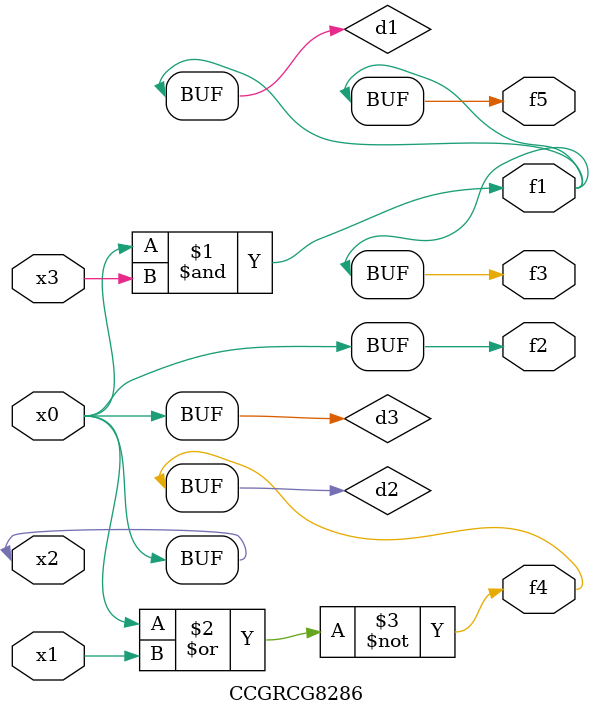
<source format=v>
module CCGRCG8286(
	input x0, x1, x2, x3,
	output f1, f2, f3, f4, f5
);

	wire d1, d2, d3;

	and (d1, x2, x3);
	nor (d2, x0, x1);
	buf (d3, x0, x2);
	assign f1 = d1;
	assign f2 = d3;
	assign f3 = d1;
	assign f4 = d2;
	assign f5 = d1;
endmodule

</source>
